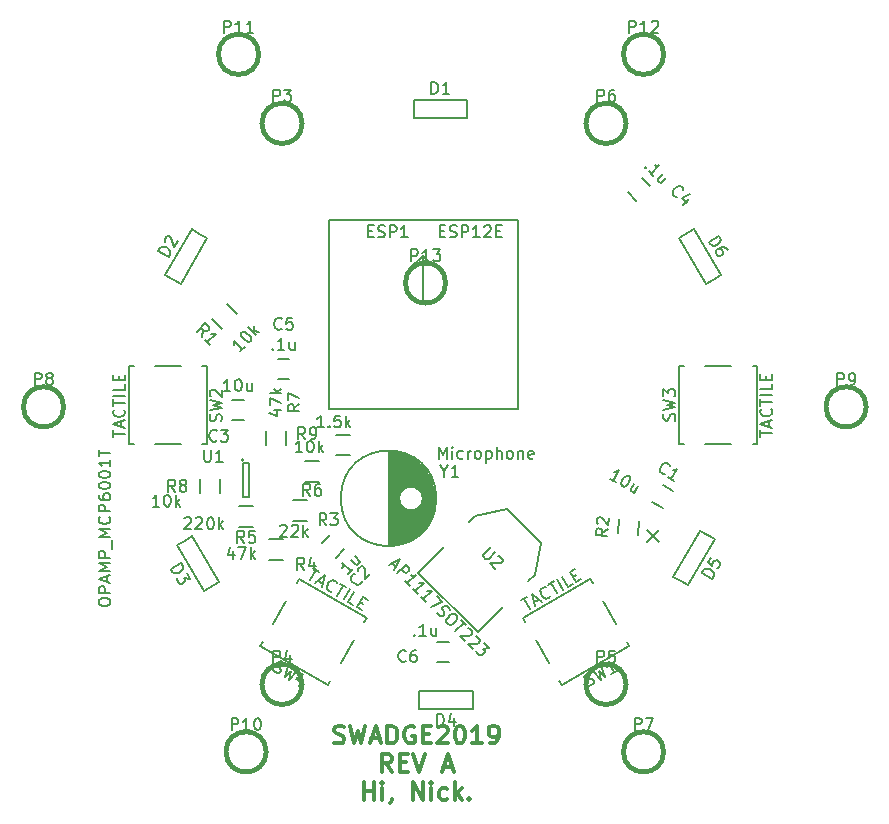
<source format=gto>
G04 #@! TF.FileFunction,Legend,Top*
%FSLAX46Y46*%
G04 Gerber Fmt 4.6, Leading zero omitted, Abs format (unit mm)*
G04 Created by KiCad (PCBNEW 4.0.2+dfsg1-stable) date Fri 28 Sep 2018 02:00:57 AM EDT*
%MOMM*%
G01*
G04 APERTURE LIST*
%ADD10C,0.100000*%
%ADD11C,0.300000*%
%ADD12C,0.200000*%
%ADD13C,0.150000*%
%ADD14C,0.381000*%
G04 APERTURE END LIST*
D10*
D11*
X77315715Y-83667143D02*
X77530001Y-83738571D01*
X77887144Y-83738571D01*
X78030001Y-83667143D01*
X78101430Y-83595714D01*
X78172858Y-83452857D01*
X78172858Y-83310000D01*
X78101430Y-83167143D01*
X78030001Y-83095714D01*
X77887144Y-83024286D01*
X77601430Y-82952857D01*
X77458572Y-82881429D01*
X77387144Y-82810000D01*
X77315715Y-82667143D01*
X77315715Y-82524286D01*
X77387144Y-82381429D01*
X77458572Y-82310000D01*
X77601430Y-82238571D01*
X77958572Y-82238571D01*
X78172858Y-82310000D01*
X78672858Y-82238571D02*
X79030001Y-83738571D01*
X79315715Y-82667143D01*
X79601429Y-83738571D01*
X79958572Y-82238571D01*
X80458572Y-83310000D02*
X81172858Y-83310000D01*
X80315715Y-83738571D02*
X80815715Y-82238571D01*
X81315715Y-83738571D01*
X81815715Y-83738571D02*
X81815715Y-82238571D01*
X82172858Y-82238571D01*
X82387143Y-82310000D01*
X82530001Y-82452857D01*
X82601429Y-82595714D01*
X82672858Y-82881429D01*
X82672858Y-83095714D01*
X82601429Y-83381429D01*
X82530001Y-83524286D01*
X82387143Y-83667143D01*
X82172858Y-83738571D01*
X81815715Y-83738571D01*
X84101429Y-82310000D02*
X83958572Y-82238571D01*
X83744286Y-82238571D01*
X83530001Y-82310000D01*
X83387143Y-82452857D01*
X83315715Y-82595714D01*
X83244286Y-82881429D01*
X83244286Y-83095714D01*
X83315715Y-83381429D01*
X83387143Y-83524286D01*
X83530001Y-83667143D01*
X83744286Y-83738571D01*
X83887143Y-83738571D01*
X84101429Y-83667143D01*
X84172858Y-83595714D01*
X84172858Y-83095714D01*
X83887143Y-83095714D01*
X84815715Y-82952857D02*
X85315715Y-82952857D01*
X85530001Y-83738571D02*
X84815715Y-83738571D01*
X84815715Y-82238571D01*
X85530001Y-82238571D01*
X86101429Y-82381429D02*
X86172858Y-82310000D01*
X86315715Y-82238571D01*
X86672858Y-82238571D01*
X86815715Y-82310000D01*
X86887144Y-82381429D01*
X86958572Y-82524286D01*
X86958572Y-82667143D01*
X86887144Y-82881429D01*
X86030001Y-83738571D01*
X86958572Y-83738571D01*
X87887143Y-82238571D02*
X88030000Y-82238571D01*
X88172857Y-82310000D01*
X88244286Y-82381429D01*
X88315715Y-82524286D01*
X88387143Y-82810000D01*
X88387143Y-83167143D01*
X88315715Y-83452857D01*
X88244286Y-83595714D01*
X88172857Y-83667143D01*
X88030000Y-83738571D01*
X87887143Y-83738571D01*
X87744286Y-83667143D01*
X87672857Y-83595714D01*
X87601429Y-83452857D01*
X87530000Y-83167143D01*
X87530000Y-82810000D01*
X87601429Y-82524286D01*
X87672857Y-82381429D01*
X87744286Y-82310000D01*
X87887143Y-82238571D01*
X89815714Y-83738571D02*
X88958571Y-83738571D01*
X89387143Y-83738571D02*
X89387143Y-82238571D01*
X89244286Y-82452857D01*
X89101428Y-82595714D01*
X88958571Y-82667143D01*
X90529999Y-83738571D02*
X90815714Y-83738571D01*
X90958571Y-83667143D01*
X91029999Y-83595714D01*
X91172857Y-83381429D01*
X91244285Y-83095714D01*
X91244285Y-82524286D01*
X91172857Y-82381429D01*
X91101428Y-82310000D01*
X90958571Y-82238571D01*
X90672857Y-82238571D01*
X90529999Y-82310000D01*
X90458571Y-82381429D01*
X90387142Y-82524286D01*
X90387142Y-82881429D01*
X90458571Y-83024286D01*
X90529999Y-83095714D01*
X90672857Y-83167143D01*
X90958571Y-83167143D01*
X91101428Y-83095714D01*
X91172857Y-83024286D01*
X91244285Y-82881429D01*
X82208572Y-86138571D02*
X81708572Y-85424286D01*
X81351429Y-86138571D02*
X81351429Y-84638571D01*
X81922857Y-84638571D01*
X82065715Y-84710000D01*
X82137143Y-84781429D01*
X82208572Y-84924286D01*
X82208572Y-85138571D01*
X82137143Y-85281429D01*
X82065715Y-85352857D01*
X81922857Y-85424286D01*
X81351429Y-85424286D01*
X82851429Y-85352857D02*
X83351429Y-85352857D01*
X83565715Y-86138571D02*
X82851429Y-86138571D01*
X82851429Y-84638571D01*
X83565715Y-84638571D01*
X83994286Y-84638571D02*
X84494286Y-86138571D01*
X84994286Y-84638571D01*
X86565714Y-85710000D02*
X87280000Y-85710000D01*
X86422857Y-86138571D02*
X86922857Y-84638571D01*
X87422857Y-86138571D01*
X79815714Y-88538571D02*
X79815714Y-87038571D01*
X79815714Y-87752857D02*
X80672857Y-87752857D01*
X80672857Y-88538571D02*
X80672857Y-87038571D01*
X81387143Y-88538571D02*
X81387143Y-87538571D01*
X81387143Y-87038571D02*
X81315714Y-87110000D01*
X81387143Y-87181429D01*
X81458571Y-87110000D01*
X81387143Y-87038571D01*
X81387143Y-87181429D01*
X82172857Y-88467143D02*
X82172857Y-88538571D01*
X82101429Y-88681429D01*
X82030000Y-88752857D01*
X83958572Y-88538571D02*
X83958572Y-87038571D01*
X84815715Y-88538571D01*
X84815715Y-87038571D01*
X85530001Y-88538571D02*
X85530001Y-87538571D01*
X85530001Y-87038571D02*
X85458572Y-87110000D01*
X85530001Y-87181429D01*
X85601429Y-87110000D01*
X85530001Y-87038571D01*
X85530001Y-87181429D01*
X86887144Y-88467143D02*
X86744287Y-88538571D01*
X86458573Y-88538571D01*
X86315715Y-88467143D01*
X86244287Y-88395714D01*
X86172858Y-88252857D01*
X86172858Y-87824286D01*
X86244287Y-87681429D01*
X86315715Y-87610000D01*
X86458573Y-87538571D01*
X86744287Y-87538571D01*
X86887144Y-87610000D01*
X87530001Y-88538571D02*
X87530001Y-87038571D01*
X87672858Y-87967143D02*
X88101429Y-88538571D01*
X88101429Y-87538571D02*
X87530001Y-88110000D01*
X88744287Y-88395714D02*
X88815715Y-88467143D01*
X88744287Y-88538571D01*
X88672858Y-88467143D01*
X88744287Y-88395714D01*
X88744287Y-88538571D01*
D12*
X103806000Y-65714000D02*
X104822000Y-66730000D01*
X103806000Y-66730000D02*
X104822000Y-65714000D01*
D13*
X84836000Y-42434000D02*
X83836000Y-43434000D01*
X84836000Y-42434000D02*
X85836000Y-43434000D01*
X84836000Y-42434000D02*
X84836000Y-46434000D01*
X76836000Y-55434000D02*
X76836000Y-39434000D01*
X76836000Y-39434000D02*
X92836000Y-39434000D01*
X92836000Y-39434000D02*
X92836000Y-55434000D01*
X76836000Y-55434000D02*
X92836000Y-55434000D01*
X105978013Y-62343878D02*
X105111987Y-61843878D01*
X104261987Y-63316122D02*
X105128013Y-63816122D01*
X76968513Y-66101406D02*
X76261406Y-66808513D01*
X77463487Y-68010594D02*
X78170594Y-67303487D01*
X68670000Y-56400000D02*
X69670000Y-56400000D01*
X69670000Y-54700000D02*
X68670000Y-54700000D01*
X68224454Y-46567017D02*
X69072983Y-47415546D01*
X67835546Y-48652983D02*
X66987017Y-47804454D01*
X101311036Y-65926456D02*
X101415623Y-64731022D01*
X103158964Y-64883544D02*
X103054377Y-66078978D01*
X75022000Y-64883000D02*
X73822000Y-64883000D01*
X73822000Y-63133000D02*
X75022000Y-63133000D01*
X72990000Y-68185000D02*
X71790000Y-68185000D01*
X71790000Y-66435000D02*
X72990000Y-66435000D01*
X70450000Y-65391000D02*
X69250000Y-65391000D01*
X69250000Y-63641000D02*
X70450000Y-63641000D01*
X76038000Y-61581000D02*
X74838000Y-61581000D01*
X74838000Y-59831000D02*
X76038000Y-59831000D01*
X71515000Y-58512000D02*
X71515000Y-57312000D01*
X73265000Y-57312000D02*
X73265000Y-58512000D01*
X67677000Y-61376000D02*
X67677000Y-62576000D01*
X65927000Y-62576000D02*
X65927000Y-61376000D01*
X96582116Y-78802884D02*
X96382116Y-78456474D01*
X101197884Y-73597628D02*
X100097884Y-71692372D01*
X94382116Y-74992372D02*
X95482116Y-76897628D01*
X99197884Y-70133526D02*
X98997884Y-69787116D01*
X98997884Y-69787116D02*
X93282116Y-73087116D01*
X93282116Y-73087116D02*
X93482116Y-73433526D01*
X102297884Y-75502884D02*
X102097884Y-75156474D01*
X102297884Y-75502884D02*
X96582116Y-78802884D01*
X66538000Y-58418000D02*
X66138000Y-58418000D01*
X64338000Y-51818000D02*
X62138000Y-51818000D01*
X62138000Y-58418000D02*
X64338000Y-58418000D01*
X60338000Y-51818000D02*
X59938000Y-51818000D01*
X59938000Y-51818000D02*
X59938000Y-58418000D01*
X59938000Y-58418000D02*
X60338000Y-58418000D01*
X66538000Y-51818000D02*
X66138000Y-51818000D01*
X66538000Y-51818000D02*
X66538000Y-58418000D01*
X106536000Y-51772000D02*
X106936000Y-51772000D01*
X108736000Y-58372000D02*
X110936000Y-58372000D01*
X110936000Y-51772000D02*
X108736000Y-51772000D01*
X112736000Y-58372000D02*
X113136000Y-58372000D01*
X113136000Y-58372000D02*
X113136000Y-51772000D01*
X113136000Y-51772000D02*
X112736000Y-51772000D01*
X106536000Y-58372000D02*
X106936000Y-58372000D01*
X106536000Y-58372000D02*
X106536000Y-51772000D01*
X71057116Y-75502884D02*
X71257116Y-75156474D01*
X77872884Y-76897628D02*
X78972884Y-74992372D01*
X73257116Y-71692372D02*
X72157116Y-73597628D01*
X79872884Y-73433526D02*
X80072884Y-73087116D01*
X80072884Y-73087116D02*
X74357116Y-69787116D01*
X74357116Y-69787116D02*
X74157116Y-70133526D01*
X76772884Y-78802884D02*
X76972884Y-78456474D01*
X76772884Y-78802884D02*
X71057116Y-75502884D01*
X69650000Y-59768000D02*
G75*
G03X69650000Y-59768000I-100000J0D01*
G01*
X70100000Y-60018000D02*
X69600000Y-60018000D01*
X70100000Y-62918000D02*
X70100000Y-60018000D01*
X69600000Y-62918000D02*
X70100000Y-62918000D01*
X69600000Y-60018000D02*
X69600000Y-62918000D01*
X86577898Y-67143159D02*
X84422636Y-69298420D01*
X84422636Y-69298420D02*
X89451580Y-74327364D01*
X89451580Y-74327364D02*
X91606841Y-72172102D01*
X88733159Y-64987898D02*
X89271974Y-64449082D01*
X89271974Y-64449082D02*
X91966051Y-63910267D01*
X91966051Y-63910267D02*
X94839733Y-66783949D01*
X94839733Y-66783949D02*
X94300918Y-69478026D01*
X94300918Y-69478026D02*
X93762102Y-70016841D01*
X81985000Y-58993000D02*
X81985000Y-66991000D01*
X82125000Y-58998000D02*
X82125000Y-66986000D01*
X82265000Y-59008000D02*
X82265000Y-66976000D01*
X82405000Y-59023000D02*
X82405000Y-66961000D01*
X82545000Y-59043000D02*
X82545000Y-66941000D01*
X82685000Y-59068000D02*
X82685000Y-66916000D01*
X82825000Y-59098000D02*
X82825000Y-62819000D01*
X82825000Y-63165000D02*
X82825000Y-66886000D01*
X82965000Y-59134000D02*
X82965000Y-62457000D01*
X82965000Y-63527000D02*
X82965000Y-66850000D01*
X83105000Y-59175000D02*
X83105000Y-62283000D01*
X83105000Y-63701000D02*
X83105000Y-66809000D01*
X83245000Y-59221000D02*
X83245000Y-62167000D01*
X83245000Y-63817000D02*
X83245000Y-66763000D01*
X83385000Y-59274000D02*
X83385000Y-62087000D01*
X83385000Y-63897000D02*
X83385000Y-66710000D01*
X83525000Y-59333000D02*
X83525000Y-62033000D01*
X83525000Y-63951000D02*
X83525000Y-66651000D01*
X83665000Y-59398000D02*
X83665000Y-62003000D01*
X83665000Y-63981000D02*
X83665000Y-66586000D01*
X83805000Y-59469000D02*
X83805000Y-61992000D01*
X83805000Y-63992000D02*
X83805000Y-66515000D01*
X83945000Y-59548000D02*
X83945000Y-62001000D01*
X83945000Y-63983000D02*
X83945000Y-66436000D01*
X84085000Y-59635000D02*
X84085000Y-62031000D01*
X84085000Y-63953000D02*
X84085000Y-66349000D01*
X84225000Y-59730000D02*
X84225000Y-62082000D01*
X84225000Y-63902000D02*
X84225000Y-66254000D01*
X84365000Y-59834000D02*
X84365000Y-62160000D01*
X84365000Y-63824000D02*
X84365000Y-66150000D01*
X84505000Y-59948000D02*
X84505000Y-62273000D01*
X84505000Y-63711000D02*
X84505000Y-66036000D01*
X84645000Y-60073000D02*
X84645000Y-62442000D01*
X84645000Y-63542000D02*
X84645000Y-65911000D01*
X84785000Y-60211000D02*
X84785000Y-62770000D01*
X84785000Y-63214000D02*
X84785000Y-65773000D01*
X84925000Y-60363000D02*
X84925000Y-65621000D01*
X85065000Y-60533000D02*
X85065000Y-65451000D01*
X85205000Y-60724000D02*
X85205000Y-65260000D01*
X85345000Y-60942000D02*
X85345000Y-65042000D01*
X85485000Y-61198000D02*
X85485000Y-64786000D01*
X85625000Y-61509000D02*
X85625000Y-64475000D01*
X85765000Y-61925000D02*
X85765000Y-64059000D01*
X85905000Y-62792000D02*
X85905000Y-63192000D01*
X84810000Y-62992000D02*
G75*
G03X84810000Y-62992000I-1000000J0D01*
G01*
X85947500Y-62992000D02*
G75*
G03X85947500Y-62992000I-4037500J0D01*
G01*
X102169406Y-37077487D02*
X102876513Y-37784594D01*
X104078594Y-36582513D02*
X103371487Y-35875406D01*
D14*
X74600145Y-31242000D02*
G75*
G03X74600145Y-31242000I-1702145J0D01*
G01*
X74600145Y-78740000D02*
G75*
G03X74600145Y-78740000I-1702145J0D01*
G01*
X102032145Y-78740000D02*
G75*
G03X102032145Y-78740000I-1702145J0D01*
G01*
X102032145Y-31242000D02*
G75*
G03X102032145Y-31242000I-1702145J0D01*
G01*
D13*
X72525000Y-52920000D02*
X73525000Y-52920000D01*
X73525000Y-51220000D02*
X72525000Y-51220000D01*
D14*
X105207145Y-84455000D02*
G75*
G03X105207145Y-84455000I-1702145J0D01*
G01*
X54407145Y-55245000D02*
G75*
G03X54407145Y-55245000I-1702145J0D01*
G01*
X122352145Y-55245000D02*
G75*
G03X122352145Y-55245000I-1702145J0D01*
G01*
X71552145Y-84455000D02*
G75*
G03X71552145Y-84455000I-1702145J0D01*
G01*
X70917145Y-25400000D02*
G75*
G03X70917145Y-25400000I-1702145J0D01*
G01*
X105207145Y-25400000D02*
G75*
G03X105207145Y-25400000I-1702145J0D01*
G01*
X86752145Y-44760000D02*
G75*
G03X86752145Y-44760000I-1702145J0D01*
G01*
D13*
X86000000Y-76870000D02*
X87000000Y-76870000D01*
X87000000Y-75170000D02*
X86000000Y-75170000D01*
X78690000Y-59355000D02*
X77490000Y-59355000D01*
X77490000Y-57605000D02*
X78690000Y-57605000D01*
X65905000Y-40591443D02*
X66554519Y-40966443D01*
X66554519Y-40966443D02*
X64304519Y-44863557D01*
X64304519Y-44863557D02*
X63005481Y-44113557D01*
X63005481Y-44113557D02*
X65255481Y-40216443D01*
X65255481Y-40216443D02*
X65905000Y-40591443D01*
X64655000Y-66591443D02*
X65304519Y-66216443D01*
X65304519Y-66216443D02*
X67554519Y-70113557D01*
X67554519Y-70113557D02*
X66255481Y-70863557D01*
X66255481Y-70863557D02*
X64005481Y-66966443D01*
X64005481Y-66966443D02*
X64655000Y-66591443D01*
X84530000Y-80040000D02*
X84530000Y-79290000D01*
X84530000Y-79290000D02*
X89030000Y-79290000D01*
X89030000Y-79290000D02*
X89030000Y-80790000D01*
X89030000Y-80790000D02*
X84530000Y-80790000D01*
X84530000Y-80790000D02*
X84530000Y-80040000D01*
X106655000Y-69988557D02*
X106005481Y-69613557D01*
X106005481Y-69613557D02*
X108255481Y-65716443D01*
X108255481Y-65716443D02*
X109554519Y-66466443D01*
X109554519Y-66466443D02*
X107304519Y-70363557D01*
X107304519Y-70363557D02*
X106655000Y-69988557D01*
X109405000Y-44488557D02*
X108755481Y-44863557D01*
X108755481Y-44863557D02*
X106505481Y-40966443D01*
X106505481Y-40966443D02*
X107804519Y-40216443D01*
X107804519Y-40216443D02*
X110054519Y-44113557D01*
X110054519Y-44113557D02*
X109405000Y-44488557D01*
X88530000Y-30040000D02*
X88530000Y-30790000D01*
X88530000Y-30790000D02*
X84030000Y-30790000D01*
X84030000Y-30790000D02*
X84030000Y-29290000D01*
X84030000Y-29290000D02*
X88530000Y-29290000D01*
X88530000Y-29290000D02*
X88530000Y-30040000D01*
X80169333Y-40362571D02*
X80502667Y-40362571D01*
X80645524Y-40886381D02*
X80169333Y-40886381D01*
X80169333Y-39886381D01*
X80645524Y-39886381D01*
X81026476Y-40838762D02*
X81169333Y-40886381D01*
X81407429Y-40886381D01*
X81502667Y-40838762D01*
X81550286Y-40791143D01*
X81597905Y-40695905D01*
X81597905Y-40600667D01*
X81550286Y-40505429D01*
X81502667Y-40457810D01*
X81407429Y-40410190D01*
X81216952Y-40362571D01*
X81121714Y-40314952D01*
X81074095Y-40267333D01*
X81026476Y-40172095D01*
X81026476Y-40076857D01*
X81074095Y-39981619D01*
X81121714Y-39934000D01*
X81216952Y-39886381D01*
X81455048Y-39886381D01*
X81597905Y-39934000D01*
X82026476Y-40886381D02*
X82026476Y-39886381D01*
X82407429Y-39886381D01*
X82502667Y-39934000D01*
X82550286Y-39981619D01*
X82597905Y-40076857D01*
X82597905Y-40219714D01*
X82550286Y-40314952D01*
X82502667Y-40362571D01*
X82407429Y-40410190D01*
X82026476Y-40410190D01*
X83550286Y-40886381D02*
X82978857Y-40886381D01*
X83264571Y-40886381D02*
X83264571Y-39886381D01*
X83169333Y-40029238D01*
X83074095Y-40124476D01*
X82978857Y-40172095D01*
X86240762Y-40362571D02*
X86574096Y-40362571D01*
X86716953Y-40886381D02*
X86240762Y-40886381D01*
X86240762Y-39886381D01*
X86716953Y-39886381D01*
X87097905Y-40838762D02*
X87240762Y-40886381D01*
X87478858Y-40886381D01*
X87574096Y-40838762D01*
X87621715Y-40791143D01*
X87669334Y-40695905D01*
X87669334Y-40600667D01*
X87621715Y-40505429D01*
X87574096Y-40457810D01*
X87478858Y-40410190D01*
X87288381Y-40362571D01*
X87193143Y-40314952D01*
X87145524Y-40267333D01*
X87097905Y-40172095D01*
X87097905Y-40076857D01*
X87145524Y-39981619D01*
X87193143Y-39934000D01*
X87288381Y-39886381D01*
X87526477Y-39886381D01*
X87669334Y-39934000D01*
X88097905Y-40886381D02*
X88097905Y-39886381D01*
X88478858Y-39886381D01*
X88574096Y-39934000D01*
X88621715Y-39981619D01*
X88669334Y-40076857D01*
X88669334Y-40219714D01*
X88621715Y-40314952D01*
X88574096Y-40362571D01*
X88478858Y-40410190D01*
X88097905Y-40410190D01*
X89621715Y-40886381D02*
X89050286Y-40886381D01*
X89336000Y-40886381D02*
X89336000Y-39886381D01*
X89240762Y-40029238D01*
X89145524Y-40124476D01*
X89050286Y-40172095D01*
X90002667Y-39981619D02*
X90050286Y-39934000D01*
X90145524Y-39886381D01*
X90383620Y-39886381D01*
X90478858Y-39934000D01*
X90526477Y-39981619D01*
X90574096Y-40076857D01*
X90574096Y-40172095D01*
X90526477Y-40314952D01*
X89955048Y-40886381D01*
X90574096Y-40886381D01*
X91002667Y-40362571D02*
X91336001Y-40362571D01*
X91478858Y-40886381D02*
X91002667Y-40886381D01*
X91002667Y-39886381D01*
X91478858Y-39886381D01*
X105327092Y-60925962D02*
X105262043Y-60943392D01*
X105114515Y-60913202D01*
X105032037Y-60865583D01*
X104932128Y-60752915D01*
X104897268Y-60622818D01*
X104903648Y-60516530D01*
X104957647Y-60327763D01*
X105029076Y-60204044D01*
X105165553Y-60062897D01*
X105254411Y-60004228D01*
X105384509Y-59969368D01*
X105532037Y-59999558D01*
X105614515Y-60047177D01*
X105714424Y-60159845D01*
X105731854Y-60224894D01*
X106104259Y-61484631D02*
X105609387Y-61198916D01*
X105856822Y-61341773D02*
X106356822Y-60475748D01*
X106202915Y-60551847D01*
X106072818Y-60586706D01*
X105966530Y-60580327D01*
X101162079Y-61630345D02*
X100667207Y-61344630D01*
X100914643Y-61487487D02*
X101414643Y-60621462D01*
X101260736Y-60697561D01*
X101130638Y-60732420D01*
X101024350Y-60726041D01*
X102198189Y-61073843D02*
X102280669Y-61121463D01*
X102339338Y-61210321D01*
X102356768Y-61275370D01*
X102350388Y-61381658D01*
X102296389Y-61570424D01*
X102177341Y-61776621D01*
X102040864Y-61917769D01*
X101952006Y-61976438D01*
X101886957Y-61993868D01*
X101780669Y-61987488D01*
X101698189Y-61939868D01*
X101639520Y-61851010D01*
X101622091Y-61785961D01*
X101628470Y-61679673D01*
X101682469Y-61490907D01*
X101801517Y-61284710D01*
X101937994Y-61143562D01*
X102026853Y-61084893D01*
X102091901Y-61067463D01*
X102198189Y-61073843D01*
X103062506Y-61957756D02*
X102729173Y-62535107D01*
X102691352Y-61743470D02*
X102429447Y-62197103D01*
X102423067Y-62303391D01*
X102481736Y-62392249D01*
X102605455Y-62463678D01*
X102711743Y-62470058D01*
X102776792Y-62452628D01*
X79636688Y-69966389D02*
X79636688Y-70033732D01*
X79569344Y-70168419D01*
X79502001Y-70235763D01*
X79367313Y-70303107D01*
X79232626Y-70303107D01*
X79131611Y-70269435D01*
X78963253Y-70168420D01*
X78862237Y-70067404D01*
X78761222Y-69899045D01*
X78727550Y-69798030D01*
X78727550Y-69663343D01*
X78794894Y-69528656D01*
X78862237Y-69461312D01*
X78996924Y-69393969D01*
X79064268Y-69393969D01*
X79333641Y-69124595D02*
X79333641Y-69057252D01*
X79367313Y-68956237D01*
X79535672Y-68787877D01*
X79636688Y-68754206D01*
X79704031Y-68754206D01*
X79805046Y-68787877D01*
X79872390Y-68855221D01*
X79939733Y-68989908D01*
X79939733Y-69798030D01*
X80377466Y-69360297D01*
X78902955Y-68978656D02*
X78498894Y-69382718D01*
X78700924Y-69180687D02*
X77993817Y-68473581D01*
X78027489Y-68641939D01*
X78027489Y-68776626D01*
X77993817Y-68877641D01*
X79037642Y-67901160D02*
X79509047Y-68372565D01*
X78734596Y-68204206D02*
X79104985Y-68574596D01*
X79206000Y-68608267D01*
X79307016Y-68574596D01*
X79408031Y-68473580D01*
X79441703Y-68372565D01*
X79441703Y-68305221D01*
X67373334Y-58087143D02*
X67325715Y-58134762D01*
X67182858Y-58182381D01*
X67087620Y-58182381D01*
X66944762Y-58134762D01*
X66849524Y-58039524D01*
X66801905Y-57944286D01*
X66754286Y-57753810D01*
X66754286Y-57610952D01*
X66801905Y-57420476D01*
X66849524Y-57325238D01*
X66944762Y-57230000D01*
X67087620Y-57182381D01*
X67182858Y-57182381D01*
X67325715Y-57230000D01*
X67373334Y-57277619D01*
X67706667Y-57182381D02*
X68325715Y-57182381D01*
X67992381Y-57563333D01*
X68135239Y-57563333D01*
X68230477Y-57610952D01*
X68278096Y-57658571D01*
X68325715Y-57753810D01*
X68325715Y-57991905D01*
X68278096Y-58087143D01*
X68230477Y-58134762D01*
X68135239Y-58182381D01*
X67849524Y-58182381D01*
X67754286Y-58134762D01*
X67706667Y-58087143D01*
X68527143Y-53902381D02*
X67955714Y-53902381D01*
X68241428Y-53902381D02*
X68241428Y-52902381D01*
X68146190Y-53045238D01*
X68050952Y-53140476D01*
X67955714Y-53188095D01*
X69146190Y-52902381D02*
X69241429Y-52902381D01*
X69336667Y-52950000D01*
X69384286Y-52997619D01*
X69431905Y-53092857D01*
X69479524Y-53283333D01*
X69479524Y-53521429D01*
X69431905Y-53711905D01*
X69384286Y-53807143D01*
X69336667Y-53854762D01*
X69241429Y-53902381D01*
X69146190Y-53902381D01*
X69050952Y-53854762D01*
X69003333Y-53807143D01*
X68955714Y-53711905D01*
X68908095Y-53521429D01*
X68908095Y-53283333D01*
X68955714Y-53092857D01*
X69003333Y-52997619D01*
X69050952Y-52950000D01*
X69146190Y-52902381D01*
X70336667Y-53235714D02*
X70336667Y-53902381D01*
X69908095Y-53235714D02*
X69908095Y-53759524D01*
X69955714Y-53854762D01*
X70050952Y-53902381D01*
X70193810Y-53902381D01*
X70289048Y-53854762D01*
X70336667Y-53807143D01*
X66107344Y-49296955D02*
X66208359Y-48724534D01*
X65703282Y-48892894D02*
X66410389Y-48185787D01*
X66679764Y-48455161D01*
X66713435Y-48556177D01*
X66713435Y-48623520D01*
X66679764Y-48724535D01*
X66578748Y-48825550D01*
X66477733Y-48859222D01*
X66410390Y-48859222D01*
X66309375Y-48825550D01*
X66040000Y-48556176D01*
X66780779Y-49970390D02*
X66376717Y-49566329D01*
X66578748Y-49768359D02*
X67285854Y-49061252D01*
X67117496Y-49094924D01*
X66982809Y-49094924D01*
X66881794Y-49061252D01*
X69725036Y-50146829D02*
X69320975Y-50550891D01*
X69523005Y-50348861D02*
X68815898Y-49641754D01*
X68849570Y-49810112D01*
X68849570Y-49944799D01*
X68815898Y-50045814D01*
X69455661Y-49001990D02*
X69523006Y-48934646D01*
X69624021Y-48900975D01*
X69691364Y-48900975D01*
X69792379Y-48934646D01*
X69960738Y-49035661D01*
X70129097Y-49204021D01*
X70230112Y-49372379D01*
X70263784Y-49473394D01*
X70263784Y-49540738D01*
X70230112Y-49641753D01*
X70162768Y-49709097D01*
X70061753Y-49742769D01*
X69994410Y-49742769D01*
X69893394Y-49709097D01*
X69725036Y-49608082D01*
X69556677Y-49439723D01*
X69455661Y-49271364D01*
X69421990Y-49170349D01*
X69421990Y-49103006D01*
X69455661Y-49001990D01*
X70701516Y-49170349D02*
X69994410Y-48463242D01*
X70499486Y-48833632D02*
X70970891Y-48900975D01*
X70499486Y-48429570D02*
X70499486Y-48968319D01*
X100486134Y-65615459D02*
X99982703Y-65906022D01*
X100436330Y-66184714D02*
X99440136Y-66097558D01*
X99473338Y-65718055D01*
X99529076Y-65627330D01*
X99580664Y-65584042D01*
X99679690Y-65544905D01*
X99822004Y-65557356D01*
X99912729Y-65613094D01*
X99956016Y-65664682D01*
X99995154Y-65763708D01*
X99961951Y-66143211D01*
X99618017Y-65157102D02*
X99574729Y-65105514D01*
X99535592Y-65006488D01*
X99556343Y-64769298D01*
X99612082Y-64678573D01*
X99663670Y-64635285D01*
X99762696Y-64596148D01*
X99857571Y-64604448D01*
X99995734Y-64664337D01*
X100515186Y-65283395D01*
X100569139Y-64666702D01*
X76643334Y-65272381D02*
X76310000Y-64796190D01*
X76071905Y-65272381D02*
X76071905Y-64272381D01*
X76452858Y-64272381D01*
X76548096Y-64320000D01*
X76595715Y-64367619D01*
X76643334Y-64462857D01*
X76643334Y-64605714D01*
X76595715Y-64700952D01*
X76548096Y-64748571D01*
X76452858Y-64796190D01*
X76071905Y-64796190D01*
X76976667Y-64272381D02*
X77595715Y-64272381D01*
X77262381Y-64653333D01*
X77405239Y-64653333D01*
X77500477Y-64700952D01*
X77548096Y-64748571D01*
X77595715Y-64843810D01*
X77595715Y-65081905D01*
X77548096Y-65177143D01*
X77500477Y-65224762D01*
X77405239Y-65272381D01*
X77119524Y-65272381D01*
X77024286Y-65224762D01*
X76976667Y-65177143D01*
X72747333Y-65333619D02*
X72794952Y-65286000D01*
X72890190Y-65238381D01*
X73128286Y-65238381D01*
X73223524Y-65286000D01*
X73271143Y-65333619D01*
X73318762Y-65428857D01*
X73318762Y-65524095D01*
X73271143Y-65666952D01*
X72699714Y-66238381D01*
X73318762Y-66238381D01*
X73699714Y-65333619D02*
X73747333Y-65286000D01*
X73842571Y-65238381D01*
X74080667Y-65238381D01*
X74175905Y-65286000D01*
X74223524Y-65333619D01*
X74271143Y-65428857D01*
X74271143Y-65524095D01*
X74223524Y-65666952D01*
X73652095Y-66238381D01*
X74271143Y-66238381D01*
X74699714Y-66238381D02*
X74699714Y-65238381D01*
X74794952Y-65857429D02*
X75080667Y-66238381D01*
X75080667Y-65571714D02*
X74699714Y-65952667D01*
X74763334Y-69032381D02*
X74430000Y-68556190D01*
X74191905Y-69032381D02*
X74191905Y-68032381D01*
X74572858Y-68032381D01*
X74668096Y-68080000D01*
X74715715Y-68127619D01*
X74763334Y-68222857D01*
X74763334Y-68365714D01*
X74715715Y-68460952D01*
X74668096Y-68508571D01*
X74572858Y-68556190D01*
X74191905Y-68556190D01*
X75620477Y-68365714D02*
X75620477Y-69032381D01*
X75382381Y-67984762D02*
X75144286Y-68699048D01*
X75763334Y-68699048D01*
X68764524Y-67470714D02*
X68764524Y-68137381D01*
X68526428Y-67089762D02*
X68288333Y-67804048D01*
X68907381Y-67804048D01*
X69193095Y-67137381D02*
X69859762Y-67137381D01*
X69431190Y-68137381D01*
X70240714Y-68137381D02*
X70240714Y-67137381D01*
X70335952Y-67756429D02*
X70621667Y-68137381D01*
X70621667Y-67470714D02*
X70240714Y-67851667D01*
X69683334Y-66746381D02*
X69350000Y-66270190D01*
X69111905Y-66746381D02*
X69111905Y-65746381D01*
X69492858Y-65746381D01*
X69588096Y-65794000D01*
X69635715Y-65841619D01*
X69683334Y-65936857D01*
X69683334Y-66079714D01*
X69635715Y-66174952D01*
X69588096Y-66222571D01*
X69492858Y-66270190D01*
X69111905Y-66270190D01*
X70588096Y-65746381D02*
X70111905Y-65746381D01*
X70064286Y-66222571D01*
X70111905Y-66174952D01*
X70207143Y-66127333D01*
X70445239Y-66127333D01*
X70540477Y-66174952D01*
X70588096Y-66222571D01*
X70635715Y-66317810D01*
X70635715Y-66555905D01*
X70588096Y-66651143D01*
X70540477Y-66698762D01*
X70445239Y-66746381D01*
X70207143Y-66746381D01*
X70111905Y-66698762D01*
X70064286Y-66651143D01*
X64637143Y-64692619D02*
X64684762Y-64645000D01*
X64780000Y-64597381D01*
X65018096Y-64597381D01*
X65113334Y-64645000D01*
X65160953Y-64692619D01*
X65208572Y-64787857D01*
X65208572Y-64883095D01*
X65160953Y-65025952D01*
X64589524Y-65597381D01*
X65208572Y-65597381D01*
X65589524Y-64692619D02*
X65637143Y-64645000D01*
X65732381Y-64597381D01*
X65970477Y-64597381D01*
X66065715Y-64645000D01*
X66113334Y-64692619D01*
X66160953Y-64787857D01*
X66160953Y-64883095D01*
X66113334Y-65025952D01*
X65541905Y-65597381D01*
X66160953Y-65597381D01*
X66780000Y-64597381D02*
X66875239Y-64597381D01*
X66970477Y-64645000D01*
X67018096Y-64692619D01*
X67065715Y-64787857D01*
X67113334Y-64978333D01*
X67113334Y-65216429D01*
X67065715Y-65406905D01*
X67018096Y-65502143D01*
X66970477Y-65549762D01*
X66875239Y-65597381D01*
X66780000Y-65597381D01*
X66684762Y-65549762D01*
X66637143Y-65502143D01*
X66589524Y-65406905D01*
X66541905Y-65216429D01*
X66541905Y-64978333D01*
X66589524Y-64787857D01*
X66637143Y-64692619D01*
X66684762Y-64645000D01*
X66780000Y-64597381D01*
X67541905Y-65597381D02*
X67541905Y-64597381D01*
X67637143Y-65216429D02*
X67922858Y-65597381D01*
X67922858Y-64930714D02*
X67541905Y-65311667D01*
X75273334Y-62762381D02*
X74940000Y-62286190D01*
X74701905Y-62762381D02*
X74701905Y-61762381D01*
X75082858Y-61762381D01*
X75178096Y-61810000D01*
X75225715Y-61857619D01*
X75273334Y-61952857D01*
X75273334Y-62095714D01*
X75225715Y-62190952D01*
X75178096Y-62238571D01*
X75082858Y-62286190D01*
X74701905Y-62286190D01*
X76130477Y-61762381D02*
X75940000Y-61762381D01*
X75844762Y-61810000D01*
X75797143Y-61857619D01*
X75701905Y-62000476D01*
X75654286Y-62190952D01*
X75654286Y-62571905D01*
X75701905Y-62667143D01*
X75749524Y-62714762D01*
X75844762Y-62762381D01*
X76035239Y-62762381D01*
X76130477Y-62714762D01*
X76178096Y-62667143D01*
X76225715Y-62571905D01*
X76225715Y-62333810D01*
X76178096Y-62238571D01*
X76130477Y-62190952D01*
X76035239Y-62143333D01*
X75844762Y-62143333D01*
X75749524Y-62190952D01*
X75701905Y-62238571D01*
X75654286Y-62333810D01*
X74614762Y-59102381D02*
X74043333Y-59102381D01*
X74329047Y-59102381D02*
X74329047Y-58102381D01*
X74233809Y-58245238D01*
X74138571Y-58340476D01*
X74043333Y-58388095D01*
X75233809Y-58102381D02*
X75329048Y-58102381D01*
X75424286Y-58150000D01*
X75471905Y-58197619D01*
X75519524Y-58292857D01*
X75567143Y-58483333D01*
X75567143Y-58721429D01*
X75519524Y-58911905D01*
X75471905Y-59007143D01*
X75424286Y-59054762D01*
X75329048Y-59102381D01*
X75233809Y-59102381D01*
X75138571Y-59054762D01*
X75090952Y-59007143D01*
X75043333Y-58911905D01*
X74995714Y-58721429D01*
X74995714Y-58483333D01*
X75043333Y-58292857D01*
X75090952Y-58197619D01*
X75138571Y-58150000D01*
X75233809Y-58102381D01*
X75995714Y-59102381D02*
X75995714Y-58102381D01*
X76090952Y-58721429D02*
X76376667Y-59102381D01*
X76376667Y-58435714D02*
X75995714Y-58816667D01*
X74366381Y-55030666D02*
X73890190Y-55364000D01*
X74366381Y-55602095D02*
X73366381Y-55602095D01*
X73366381Y-55221142D01*
X73414000Y-55125904D01*
X73461619Y-55078285D01*
X73556857Y-55030666D01*
X73699714Y-55030666D01*
X73794952Y-55078285D01*
X73842571Y-55125904D01*
X73890190Y-55221142D01*
X73890190Y-55602095D01*
X73366381Y-54697333D02*
X73366381Y-54030666D01*
X74366381Y-54459238D01*
X72175714Y-55554476D02*
X72842381Y-55554476D01*
X71794762Y-55792572D02*
X72509048Y-56030667D01*
X72509048Y-55411619D01*
X71842381Y-55125905D02*
X71842381Y-54459238D01*
X72842381Y-54887810D01*
X72842381Y-54078286D02*
X71842381Y-54078286D01*
X72461429Y-53983048D02*
X72842381Y-53697333D01*
X72175714Y-53697333D02*
X72556667Y-54078286D01*
X63841334Y-62428381D02*
X63508000Y-61952190D01*
X63269905Y-62428381D02*
X63269905Y-61428381D01*
X63650858Y-61428381D01*
X63746096Y-61476000D01*
X63793715Y-61523619D01*
X63841334Y-61618857D01*
X63841334Y-61761714D01*
X63793715Y-61856952D01*
X63746096Y-61904571D01*
X63650858Y-61952190D01*
X63269905Y-61952190D01*
X64412762Y-61856952D02*
X64317524Y-61809333D01*
X64269905Y-61761714D01*
X64222286Y-61666476D01*
X64222286Y-61618857D01*
X64269905Y-61523619D01*
X64317524Y-61476000D01*
X64412762Y-61428381D01*
X64603239Y-61428381D01*
X64698477Y-61476000D01*
X64746096Y-61523619D01*
X64793715Y-61618857D01*
X64793715Y-61666476D01*
X64746096Y-61761714D01*
X64698477Y-61809333D01*
X64603239Y-61856952D01*
X64412762Y-61856952D01*
X64317524Y-61904571D01*
X64269905Y-61952190D01*
X64222286Y-62047429D01*
X64222286Y-62237905D01*
X64269905Y-62333143D01*
X64317524Y-62380762D01*
X64412762Y-62428381D01*
X64603239Y-62428381D01*
X64698477Y-62380762D01*
X64746096Y-62333143D01*
X64793715Y-62237905D01*
X64793715Y-62047429D01*
X64746096Y-61952190D01*
X64698477Y-61904571D01*
X64603239Y-61856952D01*
X62509762Y-63692381D02*
X61938333Y-63692381D01*
X62224047Y-63692381D02*
X62224047Y-62692381D01*
X62128809Y-62835238D01*
X62033571Y-62930476D01*
X61938333Y-62978095D01*
X63128809Y-62692381D02*
X63224048Y-62692381D01*
X63319286Y-62740000D01*
X63366905Y-62787619D01*
X63414524Y-62882857D01*
X63462143Y-63073333D01*
X63462143Y-63311429D01*
X63414524Y-63501905D01*
X63366905Y-63597143D01*
X63319286Y-63644762D01*
X63224048Y-63692381D01*
X63128809Y-63692381D01*
X63033571Y-63644762D01*
X62985952Y-63597143D01*
X62938333Y-63501905D01*
X62890714Y-63311429D01*
X62890714Y-63073333D01*
X62938333Y-62882857D01*
X62985952Y-62787619D01*
X63033571Y-62740000D01*
X63128809Y-62692381D01*
X63890714Y-63692381D02*
X63890714Y-62692381D01*
X63985952Y-63311429D02*
X64271667Y-63692381D01*
X64271667Y-63025714D02*
X63890714Y-63406667D01*
X98887681Y-78862905D02*
X99035208Y-78832715D01*
X99241405Y-78713667D01*
X99300074Y-78624809D01*
X99317504Y-78559760D01*
X99311124Y-78453472D01*
X99263505Y-78370994D01*
X99174647Y-78312325D01*
X99109598Y-78294895D01*
X99003310Y-78301274D01*
X98814542Y-78355273D01*
X98708254Y-78361653D01*
X98643206Y-78344223D01*
X98554347Y-78285554D01*
X98506728Y-78203076D01*
X98500349Y-78096788D01*
X98517778Y-78031739D01*
X98576447Y-77942881D01*
X98782644Y-77823833D01*
X98930172Y-77793643D01*
X99195037Y-77585738D02*
X99901233Y-78332715D01*
X99709048Y-77618887D01*
X100231148Y-78142239D01*
X99937345Y-77157166D01*
X101220892Y-77570810D02*
X100726020Y-77856525D01*
X100973455Y-77713668D02*
X100473455Y-76847643D01*
X100462405Y-77018979D01*
X100427546Y-77149077D01*
X100368877Y-77237935D01*
X93136170Y-71615282D02*
X93631042Y-71329568D01*
X93883606Y-72338450D02*
X93383606Y-71472425D01*
X94235621Y-71805300D02*
X94648014Y-71567205D01*
X94295999Y-72100355D02*
X94084674Y-71067663D01*
X94873350Y-71767021D01*
X95609277Y-71232162D02*
X95591848Y-71297211D01*
X95491939Y-71409878D01*
X95409461Y-71457497D01*
X95261933Y-71487687D01*
X95131835Y-71452828D01*
X95042977Y-71394159D01*
X94906500Y-71253011D01*
X94835071Y-71129292D01*
X94781072Y-70940526D01*
X94774692Y-70834238D01*
X94809552Y-70704140D01*
X94909461Y-70591472D01*
X94991939Y-70543853D01*
X95139467Y-70513664D01*
X95204515Y-70531094D01*
X95404332Y-70305758D02*
X95899204Y-70020044D01*
X96151768Y-71028926D02*
X95651768Y-70162901D01*
X96687879Y-70719402D02*
X96187879Y-69853377D01*
X97512665Y-70243212D02*
X97100272Y-70481307D01*
X96600272Y-69615282D01*
X97539435Y-69622913D02*
X97828111Y-69456246D01*
X98213733Y-69838450D02*
X97801340Y-70076545D01*
X97301340Y-69210520D01*
X97713733Y-68972425D01*
X67742762Y-56451333D02*
X67790381Y-56308476D01*
X67790381Y-56070380D01*
X67742762Y-55975142D01*
X67695143Y-55927523D01*
X67599905Y-55879904D01*
X67504667Y-55879904D01*
X67409429Y-55927523D01*
X67361810Y-55975142D01*
X67314190Y-56070380D01*
X67266571Y-56260857D01*
X67218952Y-56356095D01*
X67171333Y-56403714D01*
X67076095Y-56451333D01*
X66980857Y-56451333D01*
X66885619Y-56403714D01*
X66838000Y-56356095D01*
X66790381Y-56260857D01*
X66790381Y-56022761D01*
X66838000Y-55879904D01*
X66790381Y-55546571D02*
X67790381Y-55308476D01*
X67076095Y-55117999D01*
X67790381Y-54927523D01*
X66790381Y-54689428D01*
X66885619Y-54356095D02*
X66838000Y-54308476D01*
X66790381Y-54213238D01*
X66790381Y-53975142D01*
X66838000Y-53879904D01*
X66885619Y-53832285D01*
X66980857Y-53784666D01*
X67076095Y-53784666D01*
X67218952Y-53832285D01*
X67790381Y-54403714D01*
X67790381Y-53784666D01*
X58590381Y-57808476D02*
X58590381Y-57237047D01*
X59590381Y-57522762D02*
X58590381Y-57522762D01*
X59304667Y-56951333D02*
X59304667Y-56475142D01*
X59590381Y-57046571D02*
X58590381Y-56713238D01*
X59590381Y-56379904D01*
X59495143Y-55475142D02*
X59542762Y-55522761D01*
X59590381Y-55665618D01*
X59590381Y-55760856D01*
X59542762Y-55903714D01*
X59447524Y-55998952D01*
X59352286Y-56046571D01*
X59161810Y-56094190D01*
X59018952Y-56094190D01*
X58828476Y-56046571D01*
X58733238Y-55998952D01*
X58638000Y-55903714D01*
X58590381Y-55760856D01*
X58590381Y-55665618D01*
X58638000Y-55522761D01*
X58685619Y-55475142D01*
X58590381Y-55189428D02*
X58590381Y-54617999D01*
X59590381Y-54903714D02*
X58590381Y-54903714D01*
X59590381Y-54284666D02*
X58590381Y-54284666D01*
X59590381Y-53332285D02*
X59590381Y-53808476D01*
X58590381Y-53808476D01*
X59066571Y-52998952D02*
X59066571Y-52665618D01*
X59590381Y-52522761D02*
X59590381Y-52998952D01*
X58590381Y-52998952D01*
X58590381Y-52522761D01*
X106140762Y-56405333D02*
X106188381Y-56262476D01*
X106188381Y-56024380D01*
X106140762Y-55929142D01*
X106093143Y-55881523D01*
X105997905Y-55833904D01*
X105902667Y-55833904D01*
X105807429Y-55881523D01*
X105759810Y-55929142D01*
X105712190Y-56024380D01*
X105664571Y-56214857D01*
X105616952Y-56310095D01*
X105569333Y-56357714D01*
X105474095Y-56405333D01*
X105378857Y-56405333D01*
X105283619Y-56357714D01*
X105236000Y-56310095D01*
X105188381Y-56214857D01*
X105188381Y-55976761D01*
X105236000Y-55833904D01*
X105188381Y-55500571D02*
X106188381Y-55262476D01*
X105474095Y-55071999D01*
X106188381Y-54881523D01*
X105188381Y-54643428D01*
X105188381Y-54357714D02*
X105188381Y-53738666D01*
X105569333Y-54072000D01*
X105569333Y-53929142D01*
X105616952Y-53833904D01*
X105664571Y-53786285D01*
X105759810Y-53738666D01*
X105997905Y-53738666D01*
X106093143Y-53786285D01*
X106140762Y-53833904D01*
X106188381Y-53929142D01*
X106188381Y-54214857D01*
X106140762Y-54310095D01*
X106093143Y-54357714D01*
X113388381Y-57762476D02*
X113388381Y-57191047D01*
X114388381Y-57476762D02*
X113388381Y-57476762D01*
X114102667Y-56905333D02*
X114102667Y-56429142D01*
X114388381Y-57000571D02*
X113388381Y-56667238D01*
X114388381Y-56333904D01*
X114293143Y-55429142D02*
X114340762Y-55476761D01*
X114388381Y-55619618D01*
X114388381Y-55714856D01*
X114340762Y-55857714D01*
X114245524Y-55952952D01*
X114150286Y-56000571D01*
X113959810Y-56048190D01*
X113816952Y-56048190D01*
X113626476Y-56000571D01*
X113531238Y-55952952D01*
X113436000Y-55857714D01*
X113388381Y-55714856D01*
X113388381Y-55619618D01*
X113436000Y-55476761D01*
X113483619Y-55429142D01*
X113388381Y-55143428D02*
X113388381Y-54571999D01*
X114388381Y-54857714D02*
X113388381Y-54857714D01*
X114388381Y-54238666D02*
X113388381Y-54238666D01*
X114388381Y-53286285D02*
X114388381Y-53762476D01*
X113388381Y-53762476D01*
X113864571Y-52952952D02*
X113864571Y-52619618D01*
X114388381Y-52476761D02*
X114388381Y-52952952D01*
X113388381Y-52952952D01*
X113388381Y-52476761D01*
X72157919Y-77529572D02*
X72257827Y-77642239D01*
X72464024Y-77761287D01*
X72570312Y-77767667D01*
X72635361Y-77750237D01*
X72724219Y-77691568D01*
X72771838Y-77609090D01*
X72778218Y-77502802D01*
X72760788Y-77437753D01*
X72702120Y-77348894D01*
X72560971Y-77212416D01*
X72502302Y-77123558D01*
X72484873Y-77058509D01*
X72491252Y-76952221D01*
X72538871Y-76869743D01*
X72627730Y-76811074D01*
X72692778Y-76793644D01*
X72799066Y-76800024D01*
X73005263Y-76919072D01*
X73105172Y-77031739D01*
X73417656Y-77157167D02*
X73123852Y-78142239D01*
X73645953Y-77618888D01*
X73453767Y-78332716D01*
X74159964Y-77585738D01*
X74694366Y-78279175D02*
X74361032Y-78856525D01*
X74678644Y-77830213D02*
X74115305Y-78329755D01*
X74651416Y-78639279D01*
X75558789Y-68924806D02*
X76053661Y-69210521D01*
X75306225Y-69933688D02*
X75806225Y-69067663D01*
X75943954Y-69971967D02*
X76356347Y-70210063D01*
X75718618Y-70171784D02*
X76507293Y-69472425D01*
X76295969Y-70505117D01*
X77127134Y-70875020D02*
X77062086Y-70892450D01*
X76914558Y-70862260D01*
X76832080Y-70814641D01*
X76732171Y-70701973D01*
X76697311Y-70571876D01*
X76703691Y-70465588D01*
X76757690Y-70276821D01*
X76829119Y-70153102D01*
X76965596Y-70011955D01*
X77054454Y-69953286D01*
X77184552Y-69918426D01*
X77332080Y-69948616D01*
X77414558Y-69996235D01*
X77514467Y-70108903D01*
X77531896Y-70173952D01*
X77826951Y-70234330D02*
X78321823Y-70520045D01*
X77574387Y-71243212D02*
X78074387Y-70377187D01*
X78110498Y-71552736D02*
X78610498Y-70686711D01*
X78935284Y-72028927D02*
X78522891Y-71790831D01*
X79022891Y-70924806D01*
X79485864Y-71741961D02*
X79774540Y-71908628D01*
X79636352Y-72433689D02*
X79223959Y-72195593D01*
X79723959Y-71329568D01*
X80136352Y-71567664D01*
X66294095Y-58888381D02*
X66294095Y-59697905D01*
X66341714Y-59793143D01*
X66389333Y-59840762D01*
X66484571Y-59888381D01*
X66675048Y-59888381D01*
X66770286Y-59840762D01*
X66817905Y-59793143D01*
X66865524Y-59697905D01*
X66865524Y-58888381D01*
X67865524Y-59888381D02*
X67294095Y-59888381D01*
X67579809Y-59888381D02*
X67579809Y-58888381D01*
X67484571Y-59031238D01*
X67389333Y-59126476D01*
X67294095Y-59174095D01*
X57364381Y-71865334D02*
X57364381Y-71674857D01*
X57412000Y-71579619D01*
X57507238Y-71484381D01*
X57697714Y-71436762D01*
X58031048Y-71436762D01*
X58221524Y-71484381D01*
X58316762Y-71579619D01*
X58364381Y-71674857D01*
X58364381Y-71865334D01*
X58316762Y-71960572D01*
X58221524Y-72055810D01*
X58031048Y-72103429D01*
X57697714Y-72103429D01*
X57507238Y-72055810D01*
X57412000Y-71960572D01*
X57364381Y-71865334D01*
X58364381Y-71008191D02*
X57364381Y-71008191D01*
X57364381Y-70627238D01*
X57412000Y-70532000D01*
X57459619Y-70484381D01*
X57554857Y-70436762D01*
X57697714Y-70436762D01*
X57792952Y-70484381D01*
X57840571Y-70532000D01*
X57888190Y-70627238D01*
X57888190Y-71008191D01*
X58078667Y-70055810D02*
X58078667Y-69579619D01*
X58364381Y-70151048D02*
X57364381Y-69817715D01*
X58364381Y-69484381D01*
X58364381Y-69151048D02*
X57364381Y-69151048D01*
X58078667Y-68817714D01*
X57364381Y-68484381D01*
X58364381Y-68484381D01*
X58364381Y-68008191D02*
X57364381Y-68008191D01*
X57364381Y-67627238D01*
X57412000Y-67532000D01*
X57459619Y-67484381D01*
X57554857Y-67436762D01*
X57697714Y-67436762D01*
X57792952Y-67484381D01*
X57840571Y-67532000D01*
X57888190Y-67627238D01*
X57888190Y-68008191D01*
X58459619Y-67246286D02*
X58459619Y-66484381D01*
X58364381Y-66246286D02*
X57364381Y-66246286D01*
X58078667Y-65912952D01*
X57364381Y-65579619D01*
X58364381Y-65579619D01*
X58269143Y-64532000D02*
X58316762Y-64579619D01*
X58364381Y-64722476D01*
X58364381Y-64817714D01*
X58316762Y-64960572D01*
X58221524Y-65055810D01*
X58126286Y-65103429D01*
X57935810Y-65151048D01*
X57792952Y-65151048D01*
X57602476Y-65103429D01*
X57507238Y-65055810D01*
X57412000Y-64960572D01*
X57364381Y-64817714D01*
X57364381Y-64722476D01*
X57412000Y-64579619D01*
X57459619Y-64532000D01*
X58364381Y-64103429D02*
X57364381Y-64103429D01*
X57364381Y-63722476D01*
X57412000Y-63627238D01*
X57459619Y-63579619D01*
X57554857Y-63532000D01*
X57697714Y-63532000D01*
X57792952Y-63579619D01*
X57840571Y-63627238D01*
X57888190Y-63722476D01*
X57888190Y-64103429D01*
X57364381Y-62674857D02*
X57364381Y-62865334D01*
X57412000Y-62960572D01*
X57459619Y-63008191D01*
X57602476Y-63103429D01*
X57792952Y-63151048D01*
X58173905Y-63151048D01*
X58269143Y-63103429D01*
X58316762Y-63055810D01*
X58364381Y-62960572D01*
X58364381Y-62770095D01*
X58316762Y-62674857D01*
X58269143Y-62627238D01*
X58173905Y-62579619D01*
X57935810Y-62579619D01*
X57840571Y-62627238D01*
X57792952Y-62674857D01*
X57745333Y-62770095D01*
X57745333Y-62960572D01*
X57792952Y-63055810D01*
X57840571Y-63103429D01*
X57935810Y-63151048D01*
X57364381Y-61960572D02*
X57364381Y-61865333D01*
X57412000Y-61770095D01*
X57459619Y-61722476D01*
X57554857Y-61674857D01*
X57745333Y-61627238D01*
X57983429Y-61627238D01*
X58173905Y-61674857D01*
X58269143Y-61722476D01*
X58316762Y-61770095D01*
X58364381Y-61865333D01*
X58364381Y-61960572D01*
X58316762Y-62055810D01*
X58269143Y-62103429D01*
X58173905Y-62151048D01*
X57983429Y-62198667D01*
X57745333Y-62198667D01*
X57554857Y-62151048D01*
X57459619Y-62103429D01*
X57412000Y-62055810D01*
X57364381Y-61960572D01*
X57364381Y-61008191D02*
X57364381Y-60912952D01*
X57412000Y-60817714D01*
X57459619Y-60770095D01*
X57554857Y-60722476D01*
X57745333Y-60674857D01*
X57983429Y-60674857D01*
X58173905Y-60722476D01*
X58269143Y-60770095D01*
X58316762Y-60817714D01*
X58364381Y-60912952D01*
X58364381Y-61008191D01*
X58316762Y-61103429D01*
X58269143Y-61151048D01*
X58173905Y-61198667D01*
X57983429Y-61246286D01*
X57745333Y-61246286D01*
X57554857Y-61198667D01*
X57459619Y-61151048D01*
X57412000Y-61103429D01*
X57364381Y-61008191D01*
X58364381Y-59722476D02*
X58364381Y-60293905D01*
X58364381Y-60008191D02*
X57364381Y-60008191D01*
X57507238Y-60103429D01*
X57602476Y-60198667D01*
X57650095Y-60293905D01*
X57364381Y-59436762D02*
X57364381Y-58865333D01*
X58364381Y-59151048D02*
X57364381Y-59151048D01*
X90557292Y-67115212D02*
X89984872Y-67687632D01*
X89951200Y-67788647D01*
X89951200Y-67855990D01*
X89984872Y-67957005D01*
X90119560Y-68091693D01*
X90220575Y-68125365D01*
X90287918Y-68125365D01*
X90388933Y-68091693D01*
X90961353Y-67519273D01*
X91197055Y-67889662D02*
X91264399Y-67889662D01*
X91365414Y-67923334D01*
X91533773Y-68091693D01*
X91567445Y-68192708D01*
X91567445Y-68260052D01*
X91533773Y-68361067D01*
X91466430Y-68428410D01*
X91331743Y-68495754D01*
X90523620Y-68495754D01*
X90961353Y-68933487D01*
X82206733Y-68482436D02*
X82543451Y-68819154D01*
X81937359Y-68617123D02*
X82880168Y-68145718D01*
X82408764Y-69088527D01*
X82644466Y-69324229D02*
X83351573Y-68617123D01*
X83620947Y-68886497D01*
X83654619Y-68987512D01*
X83654619Y-69054856D01*
X83620947Y-69155871D01*
X83519932Y-69256886D01*
X83418917Y-69290558D01*
X83351574Y-69290558D01*
X83250558Y-69256886D01*
X82981184Y-68987512D01*
X83721962Y-70401726D02*
X83317901Y-69997665D01*
X83519931Y-70199695D02*
X84227038Y-69492588D01*
X84058680Y-69526260D01*
X83923993Y-69526260D01*
X83822978Y-69492588D01*
X84395398Y-71075161D02*
X83991336Y-70671100D01*
X84193367Y-70873130D02*
X84900473Y-70166023D01*
X84732115Y-70199695D01*
X84597428Y-70199695D01*
X84496413Y-70166023D01*
X85068833Y-71748596D02*
X84664771Y-71344535D01*
X84866802Y-71546565D02*
X85573908Y-70839458D01*
X85405550Y-70873130D01*
X85270863Y-70873130D01*
X85169848Y-70839458D01*
X86011641Y-71277191D02*
X86483046Y-71748596D01*
X85472893Y-72152657D01*
X86045313Y-72657733D02*
X86112657Y-72792420D01*
X86281016Y-72960779D01*
X86382031Y-72994451D01*
X86449374Y-72994451D01*
X86550390Y-72960779D01*
X86617733Y-72893436D01*
X86651405Y-72792421D01*
X86651405Y-72725077D01*
X86617734Y-72624061D01*
X86516718Y-72455702D01*
X86483046Y-72354687D01*
X86483046Y-72287343D01*
X86516718Y-72186328D01*
X86584061Y-72118985D01*
X86685076Y-72085313D01*
X86752420Y-72085313D01*
X86853435Y-72118985D01*
X87021794Y-72287344D01*
X87089138Y-72422031D01*
X87560542Y-72826092D02*
X87695229Y-72960779D01*
X87728901Y-73061794D01*
X87728901Y-73196481D01*
X87627886Y-73364840D01*
X87392183Y-73600543D01*
X87223825Y-73701558D01*
X87089138Y-73701558D01*
X86988123Y-73667886D01*
X86853435Y-73533198D01*
X86819763Y-73432183D01*
X86819763Y-73297496D01*
X86920778Y-73129138D01*
X87156481Y-72893435D01*
X87324840Y-72792420D01*
X87459527Y-72792420D01*
X87560542Y-72826092D01*
X88065618Y-73331168D02*
X88469680Y-73735229D01*
X87560542Y-74240305D02*
X88267649Y-73533198D01*
X88604367Y-74004603D02*
X88671710Y-74004603D01*
X88772725Y-74038275D01*
X88941084Y-74206634D01*
X88974756Y-74307649D01*
X88974756Y-74374993D01*
X88941084Y-74476008D01*
X88873741Y-74543351D01*
X88739054Y-74610695D01*
X87930931Y-74610695D01*
X88368664Y-75048428D01*
X89277802Y-74678038D02*
X89345145Y-74678038D01*
X89446160Y-74711710D01*
X89614519Y-74880069D01*
X89648191Y-74981084D01*
X89648191Y-75048428D01*
X89614519Y-75149443D01*
X89547176Y-75216786D01*
X89412489Y-75284130D01*
X88604367Y-75284130D01*
X89042100Y-75721863D01*
X89984908Y-75250458D02*
X90422641Y-75688191D01*
X89917565Y-75721862D01*
X90018581Y-75822878D01*
X90052252Y-75923893D01*
X90052252Y-75991237D01*
X90018580Y-76092252D01*
X89850221Y-76260611D01*
X89749206Y-76294283D01*
X89681863Y-76294283D01*
X89580848Y-76260611D01*
X89378817Y-76058580D01*
X89345145Y-75957565D01*
X89345145Y-75890221D01*
X86645809Y-60682190D02*
X86645809Y-61158381D01*
X86312476Y-60158381D02*
X86645809Y-60682190D01*
X86979143Y-60158381D01*
X87836286Y-61158381D02*
X87264857Y-61158381D01*
X87550571Y-61158381D02*
X87550571Y-60158381D01*
X87455333Y-60301238D01*
X87360095Y-60396476D01*
X87264857Y-60444095D01*
X86170000Y-59634381D02*
X86170000Y-58634381D01*
X86503334Y-59348667D01*
X86836667Y-58634381D01*
X86836667Y-59634381D01*
X87312857Y-59634381D02*
X87312857Y-58967714D01*
X87312857Y-58634381D02*
X87265238Y-58682000D01*
X87312857Y-58729619D01*
X87360476Y-58682000D01*
X87312857Y-58634381D01*
X87312857Y-58729619D01*
X88217619Y-59586762D02*
X88122381Y-59634381D01*
X87931904Y-59634381D01*
X87836666Y-59586762D01*
X87789047Y-59539143D01*
X87741428Y-59443905D01*
X87741428Y-59158190D01*
X87789047Y-59062952D01*
X87836666Y-59015333D01*
X87931904Y-58967714D01*
X88122381Y-58967714D01*
X88217619Y-59015333D01*
X88646190Y-59634381D02*
X88646190Y-58967714D01*
X88646190Y-59158190D02*
X88693809Y-59062952D01*
X88741428Y-59015333D01*
X88836666Y-58967714D01*
X88931905Y-58967714D01*
X89408095Y-59634381D02*
X89312857Y-59586762D01*
X89265238Y-59539143D01*
X89217619Y-59443905D01*
X89217619Y-59158190D01*
X89265238Y-59062952D01*
X89312857Y-59015333D01*
X89408095Y-58967714D01*
X89550953Y-58967714D01*
X89646191Y-59015333D01*
X89693810Y-59062952D01*
X89741429Y-59158190D01*
X89741429Y-59443905D01*
X89693810Y-59539143D01*
X89646191Y-59586762D01*
X89550953Y-59634381D01*
X89408095Y-59634381D01*
X90170000Y-58967714D02*
X90170000Y-59967714D01*
X90170000Y-59015333D02*
X90265238Y-58967714D01*
X90455715Y-58967714D01*
X90550953Y-59015333D01*
X90598572Y-59062952D01*
X90646191Y-59158190D01*
X90646191Y-59443905D01*
X90598572Y-59539143D01*
X90550953Y-59586762D01*
X90455715Y-59634381D01*
X90265238Y-59634381D01*
X90170000Y-59586762D01*
X91074762Y-59634381D02*
X91074762Y-58634381D01*
X91503334Y-59634381D02*
X91503334Y-59110571D01*
X91455715Y-59015333D01*
X91360477Y-58967714D01*
X91217619Y-58967714D01*
X91122381Y-59015333D01*
X91074762Y-59062952D01*
X92122381Y-59634381D02*
X92027143Y-59586762D01*
X91979524Y-59539143D01*
X91931905Y-59443905D01*
X91931905Y-59158190D01*
X91979524Y-59062952D01*
X92027143Y-59015333D01*
X92122381Y-58967714D01*
X92265239Y-58967714D01*
X92360477Y-59015333D01*
X92408096Y-59062952D01*
X92455715Y-59158190D01*
X92455715Y-59443905D01*
X92408096Y-59539143D01*
X92360477Y-59586762D01*
X92265239Y-59634381D01*
X92122381Y-59634381D01*
X92884286Y-58967714D02*
X92884286Y-59634381D01*
X92884286Y-59062952D02*
X92931905Y-59015333D01*
X93027143Y-58967714D01*
X93170001Y-58967714D01*
X93265239Y-59015333D01*
X93312858Y-59110571D01*
X93312858Y-59634381D01*
X94170001Y-59586762D02*
X94074763Y-59634381D01*
X93884286Y-59634381D01*
X93789048Y-59586762D01*
X93741429Y-59491524D01*
X93741429Y-59110571D01*
X93789048Y-59015333D01*
X93884286Y-58967714D01*
X94074763Y-58967714D01*
X94170001Y-59015333D01*
X94217620Y-59110571D01*
X94217620Y-59205810D01*
X93741429Y-59301048D01*
X106309611Y-37472688D02*
X106242268Y-37472688D01*
X106107581Y-37405344D01*
X106040237Y-37338001D01*
X105972893Y-37203313D01*
X105972893Y-37068626D01*
X106006565Y-36967611D01*
X106107580Y-36799253D01*
X106208596Y-36698237D01*
X106376955Y-36597222D01*
X106477970Y-36563550D01*
X106612657Y-36563550D01*
X106747344Y-36630894D01*
X106814688Y-36698237D01*
X106882031Y-36832924D01*
X106882031Y-36900268D01*
X107319764Y-37674718D02*
X106848359Y-38146123D01*
X107420778Y-37236985D02*
X106747343Y-37573703D01*
X107185076Y-38011436D01*
X103699787Y-34941015D02*
X103699787Y-35008359D01*
X103632443Y-35008359D01*
X103632443Y-34941015D01*
X103699787Y-34941015D01*
X103632443Y-35008359D01*
X104339550Y-35715466D02*
X103935489Y-35311404D01*
X104137519Y-35513435D02*
X104844626Y-34806328D01*
X104676267Y-34840000D01*
X104541581Y-34840000D01*
X104440565Y-34806328D01*
X105417047Y-35850152D02*
X104945642Y-36321557D01*
X105114000Y-35547106D02*
X104743611Y-35917496D01*
X104709939Y-36018511D01*
X104743611Y-36119526D01*
X104844627Y-36220542D01*
X104945642Y-36254214D01*
X105012985Y-36254214D01*
X72159905Y-29393141D02*
X72159905Y-28393141D01*
X72540858Y-28393141D01*
X72636096Y-28440760D01*
X72683715Y-28488379D01*
X72731334Y-28583617D01*
X72731334Y-28726474D01*
X72683715Y-28821712D01*
X72636096Y-28869331D01*
X72540858Y-28916950D01*
X72159905Y-28916950D01*
X73064667Y-28393141D02*
X73683715Y-28393141D01*
X73350381Y-28774093D01*
X73493239Y-28774093D01*
X73588477Y-28821712D01*
X73636096Y-28869331D01*
X73683715Y-28964570D01*
X73683715Y-29202665D01*
X73636096Y-29297903D01*
X73588477Y-29345522D01*
X73493239Y-29393141D01*
X73207524Y-29393141D01*
X73112286Y-29345522D01*
X73064667Y-29297903D01*
X72159905Y-76891141D02*
X72159905Y-75891141D01*
X72540858Y-75891141D01*
X72636096Y-75938760D01*
X72683715Y-75986379D01*
X72731334Y-76081617D01*
X72731334Y-76224474D01*
X72683715Y-76319712D01*
X72636096Y-76367331D01*
X72540858Y-76414950D01*
X72159905Y-76414950D01*
X73588477Y-76224474D02*
X73588477Y-76891141D01*
X73350381Y-75843522D02*
X73112286Y-76557808D01*
X73731334Y-76557808D01*
X99591905Y-76891141D02*
X99591905Y-75891141D01*
X99972858Y-75891141D01*
X100068096Y-75938760D01*
X100115715Y-75986379D01*
X100163334Y-76081617D01*
X100163334Y-76224474D01*
X100115715Y-76319712D01*
X100068096Y-76367331D01*
X99972858Y-76414950D01*
X99591905Y-76414950D01*
X101068096Y-75891141D02*
X100591905Y-75891141D01*
X100544286Y-76367331D01*
X100591905Y-76319712D01*
X100687143Y-76272093D01*
X100925239Y-76272093D01*
X101020477Y-76319712D01*
X101068096Y-76367331D01*
X101115715Y-76462570D01*
X101115715Y-76700665D01*
X101068096Y-76795903D01*
X101020477Y-76843522D01*
X100925239Y-76891141D01*
X100687143Y-76891141D01*
X100591905Y-76843522D01*
X100544286Y-76795903D01*
X99591905Y-29393141D02*
X99591905Y-28393141D01*
X99972858Y-28393141D01*
X100068096Y-28440760D01*
X100115715Y-28488379D01*
X100163334Y-28583617D01*
X100163334Y-28726474D01*
X100115715Y-28821712D01*
X100068096Y-28869331D01*
X99972858Y-28916950D01*
X99591905Y-28916950D01*
X101020477Y-28393141D02*
X100830000Y-28393141D01*
X100734762Y-28440760D01*
X100687143Y-28488379D01*
X100591905Y-28631236D01*
X100544286Y-28821712D01*
X100544286Y-29202665D01*
X100591905Y-29297903D01*
X100639524Y-29345522D01*
X100734762Y-29393141D01*
X100925239Y-29393141D01*
X101020477Y-29345522D01*
X101068096Y-29297903D01*
X101115715Y-29202665D01*
X101115715Y-28964570D01*
X101068096Y-28869331D01*
X101020477Y-28821712D01*
X100925239Y-28774093D01*
X100734762Y-28774093D01*
X100639524Y-28821712D01*
X100591905Y-28869331D01*
X100544286Y-28964570D01*
X72858334Y-48617143D02*
X72810715Y-48664762D01*
X72667858Y-48712381D01*
X72572620Y-48712381D01*
X72429762Y-48664762D01*
X72334524Y-48569524D01*
X72286905Y-48474286D01*
X72239286Y-48283810D01*
X72239286Y-48140952D01*
X72286905Y-47950476D01*
X72334524Y-47855238D01*
X72429762Y-47760000D01*
X72572620Y-47712381D01*
X72667858Y-47712381D01*
X72810715Y-47760000D01*
X72858334Y-47807619D01*
X73763096Y-47712381D02*
X73286905Y-47712381D01*
X73239286Y-48188571D01*
X73286905Y-48140952D01*
X73382143Y-48093333D01*
X73620239Y-48093333D01*
X73715477Y-48140952D01*
X73763096Y-48188571D01*
X73810715Y-48283810D01*
X73810715Y-48521905D01*
X73763096Y-48617143D01*
X73715477Y-48664762D01*
X73620239Y-48712381D01*
X73382143Y-48712381D01*
X73286905Y-48664762D01*
X73239286Y-48617143D01*
X72096429Y-50327143D02*
X72144048Y-50374762D01*
X72096429Y-50422381D01*
X72048810Y-50374762D01*
X72096429Y-50327143D01*
X72096429Y-50422381D01*
X73096429Y-50422381D02*
X72525000Y-50422381D01*
X72810714Y-50422381D02*
X72810714Y-49422381D01*
X72715476Y-49565238D01*
X72620238Y-49660476D01*
X72525000Y-49708095D01*
X73953572Y-49755714D02*
X73953572Y-50422381D01*
X73525000Y-49755714D02*
X73525000Y-50279524D01*
X73572619Y-50374762D01*
X73667857Y-50422381D01*
X73810715Y-50422381D01*
X73905953Y-50374762D01*
X73953572Y-50327143D01*
X102766905Y-82606141D02*
X102766905Y-81606141D01*
X103147858Y-81606141D01*
X103243096Y-81653760D01*
X103290715Y-81701379D01*
X103338334Y-81796617D01*
X103338334Y-81939474D01*
X103290715Y-82034712D01*
X103243096Y-82082331D01*
X103147858Y-82129950D01*
X102766905Y-82129950D01*
X103671667Y-81606141D02*
X104338334Y-81606141D01*
X103909762Y-82606141D01*
X51966905Y-53396141D02*
X51966905Y-52396141D01*
X52347858Y-52396141D01*
X52443096Y-52443760D01*
X52490715Y-52491379D01*
X52538334Y-52586617D01*
X52538334Y-52729474D01*
X52490715Y-52824712D01*
X52443096Y-52872331D01*
X52347858Y-52919950D01*
X51966905Y-52919950D01*
X53109762Y-52824712D02*
X53014524Y-52777093D01*
X52966905Y-52729474D01*
X52919286Y-52634236D01*
X52919286Y-52586617D01*
X52966905Y-52491379D01*
X53014524Y-52443760D01*
X53109762Y-52396141D01*
X53300239Y-52396141D01*
X53395477Y-52443760D01*
X53443096Y-52491379D01*
X53490715Y-52586617D01*
X53490715Y-52634236D01*
X53443096Y-52729474D01*
X53395477Y-52777093D01*
X53300239Y-52824712D01*
X53109762Y-52824712D01*
X53014524Y-52872331D01*
X52966905Y-52919950D01*
X52919286Y-53015189D01*
X52919286Y-53205665D01*
X52966905Y-53300903D01*
X53014524Y-53348522D01*
X53109762Y-53396141D01*
X53300239Y-53396141D01*
X53395477Y-53348522D01*
X53443096Y-53300903D01*
X53490715Y-53205665D01*
X53490715Y-53015189D01*
X53443096Y-52919950D01*
X53395477Y-52872331D01*
X53300239Y-52824712D01*
X119911905Y-53396141D02*
X119911905Y-52396141D01*
X120292858Y-52396141D01*
X120388096Y-52443760D01*
X120435715Y-52491379D01*
X120483334Y-52586617D01*
X120483334Y-52729474D01*
X120435715Y-52824712D01*
X120388096Y-52872331D01*
X120292858Y-52919950D01*
X119911905Y-52919950D01*
X120959524Y-53396141D02*
X121150000Y-53396141D01*
X121245239Y-53348522D01*
X121292858Y-53300903D01*
X121388096Y-53158046D01*
X121435715Y-52967570D01*
X121435715Y-52586617D01*
X121388096Y-52491379D01*
X121340477Y-52443760D01*
X121245239Y-52396141D01*
X121054762Y-52396141D01*
X120959524Y-52443760D01*
X120911905Y-52491379D01*
X120864286Y-52586617D01*
X120864286Y-52824712D01*
X120911905Y-52919950D01*
X120959524Y-52967570D01*
X121054762Y-53015189D01*
X121245239Y-53015189D01*
X121340477Y-52967570D01*
X121388096Y-52919950D01*
X121435715Y-52824712D01*
X68635714Y-82606141D02*
X68635714Y-81606141D01*
X69016667Y-81606141D01*
X69111905Y-81653760D01*
X69159524Y-81701379D01*
X69207143Y-81796617D01*
X69207143Y-81939474D01*
X69159524Y-82034712D01*
X69111905Y-82082331D01*
X69016667Y-82129950D01*
X68635714Y-82129950D01*
X70159524Y-82606141D02*
X69588095Y-82606141D01*
X69873809Y-82606141D02*
X69873809Y-81606141D01*
X69778571Y-81748998D01*
X69683333Y-81844236D01*
X69588095Y-81891855D01*
X70778571Y-81606141D02*
X70873810Y-81606141D01*
X70969048Y-81653760D01*
X71016667Y-81701379D01*
X71064286Y-81796617D01*
X71111905Y-81987093D01*
X71111905Y-82225189D01*
X71064286Y-82415665D01*
X71016667Y-82510903D01*
X70969048Y-82558522D01*
X70873810Y-82606141D01*
X70778571Y-82606141D01*
X70683333Y-82558522D01*
X70635714Y-82510903D01*
X70588095Y-82415665D01*
X70540476Y-82225189D01*
X70540476Y-81987093D01*
X70588095Y-81796617D01*
X70635714Y-81701379D01*
X70683333Y-81653760D01*
X70778571Y-81606141D01*
X68000714Y-23551141D02*
X68000714Y-22551141D01*
X68381667Y-22551141D01*
X68476905Y-22598760D01*
X68524524Y-22646379D01*
X68572143Y-22741617D01*
X68572143Y-22884474D01*
X68524524Y-22979712D01*
X68476905Y-23027331D01*
X68381667Y-23074950D01*
X68000714Y-23074950D01*
X69524524Y-23551141D02*
X68953095Y-23551141D01*
X69238809Y-23551141D02*
X69238809Y-22551141D01*
X69143571Y-22693998D01*
X69048333Y-22789236D01*
X68953095Y-22836855D01*
X70476905Y-23551141D02*
X69905476Y-23551141D01*
X70191190Y-23551141D02*
X70191190Y-22551141D01*
X70095952Y-22693998D01*
X70000714Y-22789236D01*
X69905476Y-22836855D01*
X102290714Y-23551141D02*
X102290714Y-22551141D01*
X102671667Y-22551141D01*
X102766905Y-22598760D01*
X102814524Y-22646379D01*
X102862143Y-22741617D01*
X102862143Y-22884474D01*
X102814524Y-22979712D01*
X102766905Y-23027331D01*
X102671667Y-23074950D01*
X102290714Y-23074950D01*
X103814524Y-23551141D02*
X103243095Y-23551141D01*
X103528809Y-23551141D02*
X103528809Y-22551141D01*
X103433571Y-22693998D01*
X103338333Y-22789236D01*
X103243095Y-22836855D01*
X104195476Y-22646379D02*
X104243095Y-22598760D01*
X104338333Y-22551141D01*
X104576429Y-22551141D01*
X104671667Y-22598760D01*
X104719286Y-22646379D01*
X104766905Y-22741617D01*
X104766905Y-22836855D01*
X104719286Y-22979712D01*
X104147857Y-23551141D01*
X104766905Y-23551141D01*
X83835714Y-42911141D02*
X83835714Y-41911141D01*
X84216667Y-41911141D01*
X84311905Y-41958760D01*
X84359524Y-42006379D01*
X84407143Y-42101617D01*
X84407143Y-42244474D01*
X84359524Y-42339712D01*
X84311905Y-42387331D01*
X84216667Y-42434950D01*
X83835714Y-42434950D01*
X85359524Y-42911141D02*
X84788095Y-42911141D01*
X85073809Y-42911141D02*
X85073809Y-41911141D01*
X84978571Y-42053998D01*
X84883333Y-42149236D01*
X84788095Y-42196855D01*
X85692857Y-41911141D02*
X86311905Y-41911141D01*
X85978571Y-42292093D01*
X86121429Y-42292093D01*
X86216667Y-42339712D01*
X86264286Y-42387331D01*
X86311905Y-42482570D01*
X86311905Y-42720665D01*
X86264286Y-42815903D01*
X86216667Y-42863522D01*
X86121429Y-42911141D01*
X85835714Y-42911141D01*
X85740476Y-42863522D01*
X85692857Y-42815903D01*
X83373334Y-76737143D02*
X83325715Y-76784762D01*
X83182858Y-76832381D01*
X83087620Y-76832381D01*
X82944762Y-76784762D01*
X82849524Y-76689524D01*
X82801905Y-76594286D01*
X82754286Y-76403810D01*
X82754286Y-76260952D01*
X82801905Y-76070476D01*
X82849524Y-75975238D01*
X82944762Y-75880000D01*
X83087620Y-75832381D01*
X83182858Y-75832381D01*
X83325715Y-75880000D01*
X83373334Y-75927619D01*
X84230477Y-75832381D02*
X84040000Y-75832381D01*
X83944762Y-75880000D01*
X83897143Y-75927619D01*
X83801905Y-76070476D01*
X83754286Y-76260952D01*
X83754286Y-76641905D01*
X83801905Y-76737143D01*
X83849524Y-76784762D01*
X83944762Y-76832381D01*
X84135239Y-76832381D01*
X84230477Y-76784762D01*
X84278096Y-76737143D01*
X84325715Y-76641905D01*
X84325715Y-76403810D01*
X84278096Y-76308571D01*
X84230477Y-76260952D01*
X84135239Y-76213333D01*
X83944762Y-76213333D01*
X83849524Y-76260952D01*
X83801905Y-76308571D01*
X83754286Y-76403810D01*
X84091429Y-74527143D02*
X84139048Y-74574762D01*
X84091429Y-74622381D01*
X84043810Y-74574762D01*
X84091429Y-74527143D01*
X84091429Y-74622381D01*
X85091429Y-74622381D02*
X84520000Y-74622381D01*
X84805714Y-74622381D02*
X84805714Y-73622381D01*
X84710476Y-73765238D01*
X84615238Y-73860476D01*
X84520000Y-73908095D01*
X85948572Y-73955714D02*
X85948572Y-74622381D01*
X85520000Y-73955714D02*
X85520000Y-74479524D01*
X85567619Y-74574762D01*
X85662857Y-74622381D01*
X85805715Y-74622381D01*
X85900953Y-74574762D01*
X85948572Y-74527143D01*
X74853334Y-57982381D02*
X74520000Y-57506190D01*
X74281905Y-57982381D02*
X74281905Y-56982381D01*
X74662858Y-56982381D01*
X74758096Y-57030000D01*
X74805715Y-57077619D01*
X74853334Y-57172857D01*
X74853334Y-57315714D01*
X74805715Y-57410952D01*
X74758096Y-57458571D01*
X74662858Y-57506190D01*
X74281905Y-57506190D01*
X75329524Y-57982381D02*
X75520000Y-57982381D01*
X75615239Y-57934762D01*
X75662858Y-57887143D01*
X75758096Y-57744286D01*
X75805715Y-57553810D01*
X75805715Y-57172857D01*
X75758096Y-57077619D01*
X75710477Y-57030000D01*
X75615239Y-56982381D01*
X75424762Y-56982381D01*
X75329524Y-57030000D01*
X75281905Y-57077619D01*
X75234286Y-57172857D01*
X75234286Y-57410952D01*
X75281905Y-57506190D01*
X75329524Y-57553810D01*
X75424762Y-57601429D01*
X75615239Y-57601429D01*
X75710477Y-57553810D01*
X75758096Y-57506190D01*
X75805715Y-57410952D01*
X76446667Y-56992381D02*
X75875238Y-56992381D01*
X76160952Y-56992381D02*
X76160952Y-55992381D01*
X76065714Y-56135238D01*
X75970476Y-56230476D01*
X75875238Y-56278095D01*
X76875238Y-56897143D02*
X76922857Y-56944762D01*
X76875238Y-56992381D01*
X76827619Y-56944762D01*
X76875238Y-56897143D01*
X76875238Y-56992381D01*
X77827619Y-55992381D02*
X77351428Y-55992381D01*
X77303809Y-56468571D01*
X77351428Y-56420952D01*
X77446666Y-56373333D01*
X77684762Y-56373333D01*
X77780000Y-56420952D01*
X77827619Y-56468571D01*
X77875238Y-56563810D01*
X77875238Y-56801905D01*
X77827619Y-56897143D01*
X77780000Y-56944762D01*
X77684762Y-56992381D01*
X77446666Y-56992381D01*
X77351428Y-56944762D01*
X77303809Y-56897143D01*
X78303809Y-56992381D02*
X78303809Y-55992381D01*
X78399047Y-56611429D02*
X78684762Y-56992381D01*
X78684762Y-56325714D02*
X78303809Y-56706667D01*
X63287182Y-42530400D02*
X62421157Y-42030400D01*
X62540204Y-41824203D01*
X62652872Y-41724294D01*
X62782970Y-41689435D01*
X62889258Y-41695814D01*
X63078024Y-41749813D01*
X63201743Y-41821242D01*
X63342891Y-41957719D01*
X63401560Y-42046578D01*
X63436419Y-42176675D01*
X63406229Y-42324203D01*
X63287182Y-42530400D01*
X62979826Y-41253232D02*
X62962396Y-41188184D01*
X62968776Y-41081896D01*
X63087824Y-40875698D01*
X63176682Y-40817029D01*
X63241731Y-40799600D01*
X63348019Y-40805979D01*
X63430497Y-40853598D01*
X63530405Y-40966266D01*
X63739563Y-41746853D01*
X64049087Y-41210741D01*
X63503635Y-69001981D02*
X64369660Y-68501981D01*
X64488708Y-68708178D01*
X64518898Y-68855706D01*
X64484038Y-68985803D01*
X64425369Y-69074662D01*
X64284222Y-69211139D01*
X64160503Y-69282568D01*
X63971736Y-69336567D01*
X63865448Y-69342946D01*
X63735351Y-69308087D01*
X63622683Y-69208178D01*
X63503635Y-69001981D01*
X64822041Y-69285528D02*
X65131565Y-69821640D01*
X64634984Y-69723440D01*
X64706413Y-69847159D01*
X64712793Y-69953447D01*
X64695363Y-70018495D01*
X64636693Y-70107354D01*
X64430497Y-70226402D01*
X64324209Y-70232781D01*
X64259160Y-70215352D01*
X64170302Y-70156683D01*
X64027445Y-69909246D01*
X64021065Y-69802958D01*
X64038495Y-69737909D01*
X86041905Y-82242381D02*
X86041905Y-81242381D01*
X86280000Y-81242381D01*
X86422858Y-81290000D01*
X86518096Y-81385238D01*
X86565715Y-81480476D01*
X86613334Y-81670952D01*
X86613334Y-81813810D01*
X86565715Y-82004286D01*
X86518096Y-82099524D01*
X86422858Y-82194762D01*
X86280000Y-82242381D01*
X86041905Y-82242381D01*
X87470477Y-81575714D02*
X87470477Y-82242381D01*
X87232381Y-81194762D02*
X86994286Y-81909048D01*
X87613334Y-81909048D01*
X109318270Y-69780400D02*
X108452245Y-69280400D01*
X108571292Y-69074203D01*
X108683960Y-68974294D01*
X108814058Y-68939435D01*
X108920346Y-68945814D01*
X109109112Y-68999813D01*
X109232831Y-69071242D01*
X109373979Y-69207719D01*
X109432648Y-69296578D01*
X109467507Y-69426675D01*
X109437317Y-69574203D01*
X109318270Y-69780400D01*
X109190340Y-68001981D02*
X108952245Y-68414374D01*
X109340828Y-68693708D01*
X109323398Y-68628660D01*
X109329778Y-68522372D01*
X109448826Y-68316174D01*
X109537684Y-68257505D01*
X109602733Y-68240076D01*
X109709022Y-68246456D01*
X109915218Y-68365503D01*
X109973887Y-68454362D01*
X109991317Y-68519410D01*
X109984937Y-68625698D01*
X109865889Y-68831896D01*
X109777031Y-68890565D01*
X109711982Y-68907994D01*
X109034723Y-41251981D02*
X109900748Y-40751981D01*
X110019796Y-40958178D01*
X110049986Y-41105706D01*
X110015126Y-41235803D01*
X109956457Y-41324662D01*
X109815310Y-41461139D01*
X109691591Y-41532568D01*
X109502824Y-41586567D01*
X109396536Y-41592946D01*
X109266439Y-41558087D01*
X109153771Y-41458178D01*
X109034723Y-41251981D01*
X110615034Y-41989161D02*
X110519796Y-41824203D01*
X110430938Y-41765534D01*
X110365889Y-41748104D01*
X110194552Y-41737054D01*
X110005786Y-41791053D01*
X109675871Y-41981530D01*
X109617202Y-42070388D01*
X109599772Y-42135437D01*
X109606152Y-42241725D01*
X109701390Y-42406683D01*
X109790248Y-42465352D01*
X109855297Y-42482781D01*
X109961585Y-42476402D01*
X110167781Y-42357354D01*
X110226451Y-42268495D01*
X110243881Y-42203447D01*
X110237501Y-42097159D01*
X110142263Y-41932201D01*
X110053405Y-41873532D01*
X109988356Y-41856102D01*
X109882067Y-41862482D01*
X85541905Y-28742381D02*
X85541905Y-27742381D01*
X85780000Y-27742381D01*
X85922858Y-27790000D01*
X86018096Y-27885238D01*
X86065715Y-27980476D01*
X86113334Y-28170952D01*
X86113334Y-28313810D01*
X86065715Y-28504286D01*
X86018096Y-28599524D01*
X85922858Y-28694762D01*
X85780000Y-28742381D01*
X85541905Y-28742381D01*
X87065715Y-28742381D02*
X86494286Y-28742381D01*
X86780000Y-28742381D02*
X86780000Y-27742381D01*
X86684762Y-27885238D01*
X86589524Y-27980476D01*
X86494286Y-28028095D01*
M02*

</source>
